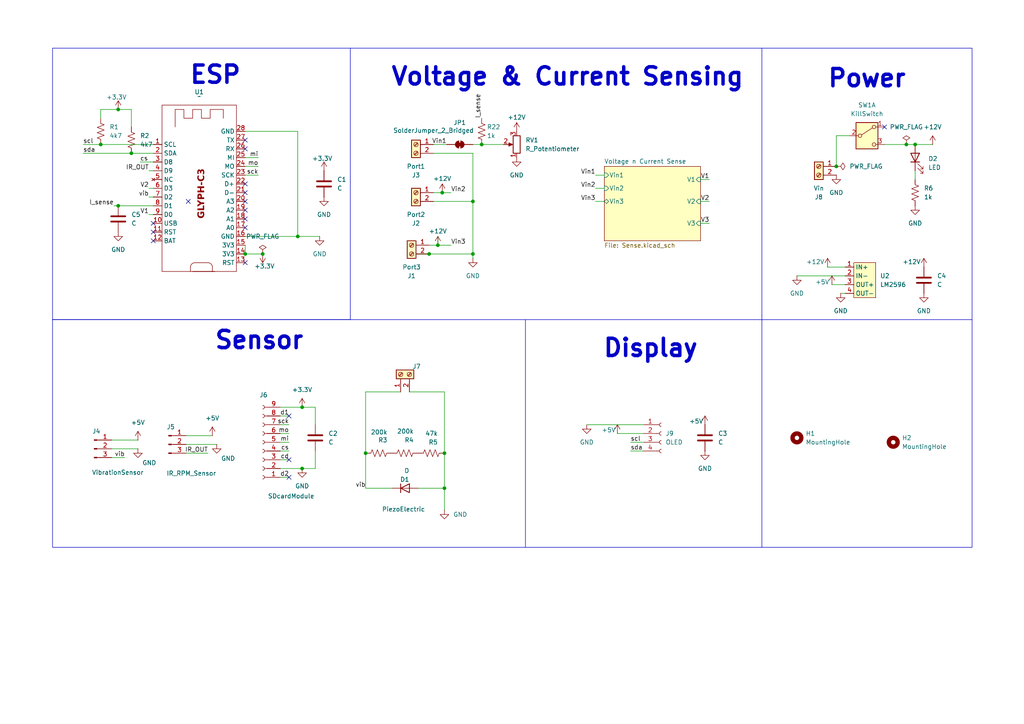
<source format=kicad_sch>
(kicad_sch (version 20250114) (generator "eeschema") (generator_version "9.0")
  (paper "A4")
  (title_block (title "Smart Fault Detector") (date "2025-12-19") (rev "v1") (company "Team Robomanipal") (comment 1 "By Adwait/Vikram/Prahadeesh"))
  (lib_symbols
    (symbol "Connector:Conn_01x03_Pin" (pin_names (offset 1.016) (hide yes))
      (property "Reference" "J" (at 0 5.08 0))
      (property "Value" "Conn_01x03_Pin" (at 0 -5.08 0))
      (symbol "Conn_01x03_Pin_1_1"
        (rectangle (start 0.8636 2.667) (end 0 2.413) (stroke (width 0.1524)) (fill (type outline)))
        (rectangle (start 0.8636 0.127) (end 0 -0.127) (stroke (width 0.1524)) (fill (type outline)))
        (rectangle (start 0.8636 -2.413) (end 0 -2.667) (stroke (width 0.1524)) (fill (type outline)))
        (polyline (pts (xy 1.27 2.54) (xy 0.8636 2.54)) (stroke (width 0.1524)))
        (polyline (pts (xy 1.27 0) (xy 0.8636 0)) (stroke (width 0.1524)))
        (polyline (pts (xy 1.27 -2.54) (xy 0.8636 -2.54)) (stroke (width 0.1524)))
        (pin passive line (at 5.08 2.54 180) (length 3.81) (name "Pin_1") (number "1"))
        (pin passive line (at 5.08 0 180) (length 3.81) (name "Pin_2") (number "2"))
        (pin passive line (at 5.08 -2.54 180) (length 3.81) (name "Pin_3") (number "3"))
      )
    )
    (symbol "Connector:Conn_01x04_Socket" (pin_names (offset 1.016) (hide yes))
      (property "Reference" "J" (at 0 5.08 0))
      (property "Value" "Conn_01x04_Socket" (at 0 -7.62 0))
      (symbol "Conn_01x04_Socket_1_1"
        (polyline (pts (xy -1.27 2.54) (xy -0.508 2.54)) (stroke (width 0.1524)))
        (polyline (pts (xy -1.27 0) (xy -0.508 0)) (stroke (width 0.1524)))
        (polyline (pts (xy -1.27 -2.54) (xy -0.508 -2.54)) (stroke (width 0.1524)))
        (polyline (pts (xy -1.27 -5.08) (xy -0.508 -5.08)) (stroke (width 0.1524)))
        (arc (start 0 2.032) (mid -0.5058 2.54) (end 0 3.048) (stroke (width 0.1524)))
        (arc (start 0 -0.508) (mid -0.5058 0) (end 0 0.508) (stroke (width 0.1524)))
        (arc (start 0 -3.048) (mid -0.5058 -2.54) (end 0 -2.032) (stroke (width 0.1524)))
        (arc (start 0 -5.588) (mid -0.5058 -5.08) (end 0 -4.572) (stroke (width 0.1524)))
        (pin passive line (at -5.08 2.54 0) (length 3.81) (name "Pin_1") (number "1"))
        (pin passive line (at -5.08 0 0) (length 3.81) (name "Pin_2") (number "2"))
        (pin passive line (at -5.08 -2.54 0) (length 3.81) (name "Pin_3") (number "3"))
        (pin passive line (at -5.08 -5.08 0) (length 3.81) (name "Pin_4") (number "4"))
      )
    )
    (symbol "Connector:Conn_01x09_Socket" (pin_names (offset 1.016) (hide yes))
      (property "Reference" "J" (at 0 12.7 0))
      (property "Value" "Conn_01x09_Socket" (at 0 -12.7 0))
      (symbol "Conn_01x09_Socket_1_1"
        (polyline (pts (xy -1.27 10.16) (xy -0.508 10.16)) (stroke (width 0.1524)))
        (polyline (pts (xy -1.27 7.62) (xy -0.508 7.62)) (stroke (width 0.1524)))
        (polyline (pts (xy -1.27 5.08) (xy -0.508 5.08)) (stroke (width 0.1524)))
        (polyline (pts (xy -1.27 2.54) (xy -0.508 2.54)) (stroke (width 0.1524)))
        (polyline (pts (xy -1.27 0) (xy -0.508 0)) (stroke (width 0.1524)))
        (polyline (pts (xy -1.27 -2.54) (xy -0.508 -2.54)) (stroke (width 0.1524)))
        (polyline (pts (xy -1.27 -5.08) (xy -0.508 -5.08)) (stroke (width 0.1524)))
        (polyline (pts (xy -1.27 -7.62) (xy -0.508 -7.62)) (stroke (width 0.1524)))
        (polyline (pts (xy -1.27 -10.16) (xy -0.508 -10.16)) (stroke (width 0.1524)))
        (arc (start 0 9.652) (mid -0.5058 10.16) (end 0 10.668) (stroke (width 0.1524)))
        (arc (start 0 7.112) (mid -0.5058 7.62) (end 0 8.128) (stroke (width 0.1524)))
        (arc (start 0 4.572) (mid -0.5058 5.08) (end 0 5.588) (stroke (width 0.1524)))
        (arc (start 0 2.032) (mid -0.5058 2.54) (end 0 3.048) (stroke (width 0.1524)))
        (arc (start 0 -0.508) (mid -0.5058 0) (end 0 0.508) (stroke (width 0.1524)))
        (arc (start 0 -3.048) (mid -0.5058 -2.54) (end 0 -2.032) (stroke (width 0.1524)))
        (arc (start 0 -5.588) (mid -0.5058 -5.08) (end 0 -4.572) (stroke (width 0.1524)))
        (arc (start 0 -8.128) (mid -0.5058 -7.62) (end 0 -7.112) (stroke (width 0.1524)))
        (arc (start 0 -10.668) (mid -0.5058 -10.16) (end 0 -9.652) (stroke (width 0.1524)))
        (pin passive line (at -5.08 10.16 0) (length 3.81) (name "Pin_1") (number "1"))
        (pin passive line (at -5.08 7.62 0) (length 3.81) (name "Pin_2") (number "2"))
        (pin passive line (at -5.08 5.08 0) (length 3.81) (name "Pin_3") (number "3"))
        (pin passive line (at -5.08 2.54 0) (length 3.81) (name "Pin_4") (number "4"))
        (pin passive line (at -5.08 0 0) (length 3.81) (name "Pin_5") (number "5"))
        (pin passive line (at -5.08 -2.54 0) (length 3.81) (name "Pin_6") (number "6"))
        (pin passive line (at -5.08 -5.08 0) (length 3.81) (name "Pin_7") (number "7"))
        (pin passive line (at -5.08 -7.62 0) (length 3.81) (name "Pin_8") (number "8"))
        (pin passive line (at -5.08 -10.16 0) (length 3.81) (name "Pin_9") (number "9"))
      )
    )
    (symbol "Connector:Screw_Terminal_01x02" (pin_names (offset 1.016) (hide yes))
      (property "Reference" "J" (at 0 2.54 0))
      (property "Value" "Screw_Terminal_01x02" (at 0 -5.08 0))
      (symbol "Screw_Terminal_01x02_1_1"
        (rectangle (start -1.27 1.27) (end 1.27 -3.81) (stroke (width 0.254)) (fill (type background)))
        (polyline (pts (xy -0.5334 0.3302) (xy 0.3302 -0.508)) (stroke (width 0.1524)))
        (polyline (pts (xy -0.5334 -2.2098) (xy 0.3302 -3.048)) (stroke (width 0.1524)))
        (polyline (pts (xy -0.3556 0.508) (xy 0.508 -0.3302)) (stroke (width 0.1524)))
        (polyline (pts (xy -0.3556 -2.032) (xy 0.508 -2.8702)) (stroke (width 0.1524)))
        (circle (center 0 0) (radius 0.635) (stroke (width 0.1524)))
        (circle (center 0 -2.54) (radius 0.635) (stroke (width 0.1524)))
        (pin passive line (at -5.08 0 0) (length 3.81) (name "Pin_1") (number "1"))
        (pin passive line (at -5.08 -2.54 0) (length 3.81) (name "Pin_2") (number "2"))
      )
    )
    (symbol "Device:C" (pin_numbers (hide yes)) (pin_names (offset 0.254))
      (property "Reference" "C" (at 0.635 2.54 0))
      (property "Value" "C" (at 0.635 -2.54 0))
      (symbol "C_0_1"
        (polyline (pts (xy -2.032 0.762) (xy 2.032 0.762)) (stroke (width 0.508)))
        (polyline (pts (xy -2.032 -0.762) (xy 2.032 -0.762)) (stroke (width 0.508)))
      )
      (symbol "C_1_1"
        (pin passive line (at 0 3.81 270) (length 2.794) (name "~") (number "1"))
        (pin passive line (at 0 -3.81 90) (length 2.794) (name "~") (number "2"))
      )
    )
    (symbol "Device:D" (pin_numbers (hide yes)) (pin_names (offset 1.016) (hide yes))
      (property "Reference" "D" (at 0 2.54 0))
      (property "Value" "D" (at 0 -2.54 0))
      (symbol "D_0_1"
        (polyline (pts (xy -1.27 1.27) (xy -1.27 -1.27)) (stroke (width 0.254)))
        (polyline (pts (xy 1.27 1.27) (xy 1.27 -1.27) (xy -1.27 0) (xy 1.27 1.27)) (stroke (width 0.254)))
        (polyline (pts (xy 1.27 0) (xy -1.27 0)))
      )
      (symbol "D_1_1"
        (pin passive line (at -3.81 0 0) (length 2.54) (name "K") (number "1"))
        (pin passive line (at 3.81 0 180) (length 2.54) (name "A") (number "2"))
      )
    )
    (symbol "Device:LED" (pin_numbers (hide yes)) (pin_names (offset 1.016) (hide yes))
      (property "Reference" "D" (at 0 2.54 0))
      (property "Value" "LED" (at 0 -2.54 0))
      (symbol "LED_0_1"
        (polyline (pts (xy -3.048 -0.762) (xy -4.572 -2.286) (xy -3.81 -2.286) (xy -4.572 -2.286) (xy -4.572 -1.524)))
        (polyline (pts (xy -1.778 -0.762) (xy -3.302 -2.286) (xy -2.54 -2.286) (xy -3.302 -2.286) (xy -3.302 -1.524)))
        (polyline (pts (xy -1.27 0) (xy 1.27 0)))
        (polyline (pts (xy -1.27 -1.27) (xy -1.27 1.27)) (stroke (width 0.254)))
        (polyline (pts (xy 1.27 -1.27) (xy 1.27 1.27) (xy -1.27 0) (xy 1.27 -1.27)) (stroke (width 0.254)))
      )
      (symbol "LED_1_1"
        (pin passive line (at -3.81 0 0) (length 2.54) (name "K") (number "1"))
        (pin passive line (at 3.81 0 180) (length 2.54) (name "A") (number "2"))
      )
    )
    (symbol "Device:R_Potentiometer" (pin_names (offset 1.016) (hide yes))
      (property "Reference" "RV" (at -4.445 0 90))
      (property "Value" "R_Potentiometer" (at -2.54 0 90))
      (symbol "R_Potentiometer_0_1"
        (rectangle (start 1.016 2.54) (end -1.016 -2.54) (stroke (width 0.254)))
        (polyline (pts (xy 1.143 0) (xy 2.286 0.508) (xy 2.286 -0.508) (xy 1.143 0)) (fill (type outline)))
        (polyline (pts (xy 2.54 0) (xy 1.524 0)))
      )
      (symbol "R_Potentiometer_1_1"
        (pin passive line (at 0 3.81 270) (length 1.27) (name "1") (number "1"))
        (pin passive line (at 0 -3.81 90) (length 1.27) (name "3") (number "3"))
        (pin passive line (at 3.81 0 180) (length 1.27) (name "2") (number "2"))
      )
    )
    (symbol "Device:R_US" (pin_numbers (hide yes)) (pin_names (offset 0))
      (property "Reference" "R" (at 2.54 0 90))
      (property "Value" "R_US" (at -2.54 0 90))
      (symbol "R_US_0_1"
        (polyline (pts (xy 0 2.286) (xy 0 2.54)))
        (polyline (pts (xy 0 2.286) (xy 1.016 1.905) (xy 0 1.524) (xy -1.016 1.143) (xy 0 0.762)))
        (polyline (pts (xy 0 0.762) (xy 1.016 0.381) (xy 0 0) (xy -1.016 -0.381) (xy 0 -0.762)))
        (polyline (pts (xy 0 -0.762) (xy 1.016 -1.143) (xy 0 -1.524) (xy -1.016 -1.905) (xy 0 -2.286)))
        (polyline (pts (xy 0 -2.286) (xy 0 -2.54)))
      )
      (symbol "R_US_1_1"
        (pin passive line (at 0 3.81 270) (length 1.27) (name "~") (number "1"))
        (pin passive line (at 0 -3.81 90) (length 1.27) (name "~") (number "2"))
      )
    )
    (symbol "GlyphC3:GLYPHC3"
      (property "Reference" "U2" (at -0.635 29.21 0))
      (property "Value" "~" (at -0.635 26.67 0))
      (symbol "GLYPHC3_0_1"
        (rectangle (start -11.43 25.4) (end 10.16 -22.86))
        (polyline (pts (xy -7.62 19.05) (xy -7.62 24.13) (xy -5.08 24.13) (xy -5.08 21.59) (xy -2.54 21.59) (xy -2.54 24.13) (xy 0 24.13) (xy 0 21.59) (xy 2.54 21.59) (xy 2.54 24.13) (xy 6.35 24.13) (xy 6.35 21.59)))
        (polyline (pts (xy -3.175 -21.59) (xy -3.175 -22.86)))
        (polyline (pts (xy -2.54 -22.86) (xy 3.81 -22.86)))
        (arc (start -3.175 -21.59) (mid -2.803 -20.692) (end -1.905 -20.32))
        (polyline (pts (xy 1.905 -20.32) (xy -1.905 -20.32)))
        (arc (start 1.9051 -20.3199) (mid 2.8031 -20.6919) (end 3.1751 -21.5899))
        (polyline (pts (xy 3.175 -21.59) (xy 3.175 -22.86)))
        (rectangle (start 3.81 -22.86) (end 3.81 -22.86))
      )
      (symbol "GLYPHC3_1_0"
        (pin power_in line (at -13.97 -8.89 0) (length 2.54) (name "USB") (number "10"))
        (pin passive line (at -13.97 -11.43 0) (length 2.54) (name "RST") (number "11"))
        (pin power_in line (at -13.97 -13.97 0) (length 2.54) (name "BAT") (number "12"))
        (pin power_in line (at 12.7 17.78 180) (length 2.54) (name "GND") (number "28"))
        (pin bidirectional line (at 12.7 15.24 180) (length 2.54) (name "TX") (number "27"))
        (pin bidirectional line (at 12.7 12.7 180) (length 2.54) (name "RX") (number "26"))
        (pin bidirectional line (at 12.7 10.16 180) (length 2.54) (name "MI") (number "25"))
        (pin bidirectional line (at 12.7 7.62 180) (length 2.54) (name "MO") (number "24"))
        (pin bidirectional line (at 12.7 5.08 180) (length 2.54) (name "SCK") (number "23"))
        (pin bidirectional line (at 12.7 2.54 180) (length 2.54) (name "D+") (number "22"))
        (pin bidirectional line (at 12.7 0 180) (length 2.54) (name "D-") (number "21"))
        (pin bidirectional line (at 12.7 -2.54 180) (length 2.54) (name "A3") (number "20"))
        (pin bidirectional line (at 12.7 -5.08 180) (length 2.54) (name "A2") (number "19"))
        (pin bidirectional line (at 12.7 -7.62 180) (length 2.54) (name "A1") (number "18"))
        (pin bidirectional line (at 12.7 -10.16 180) (length 2.54) (name "A0") (number "17"))
        (pin power_in line (at 12.7 -12.7 180) (length 2.54) (name "GND") (number "16"))
        (pin power_in line (at 12.7 -15.24 180) (length 2.54) (name "3V3") (number "15"))
        (pin power_in line (at 12.7 -17.78 180) (length 2.54) (name "3V3") (number "14"))
        (pin passive line (at 12.7 -20.32 180) (length 2.54) (name "RST") (number "13"))
      )
      (symbol "GLYPHC3_1_1"
        (text "GLYPH-C3" (at 0 -0.254 900) (effects (font (size 1.905 1.905) (bold yes))))
        (pin bidirectional line (at -13.97 13.97 0) (length 2.54) (name "SCL") (number "1"))
        (pin bidirectional line (at -13.97 11.43 0) (length 2.54) (name "SDA") (number "2"))
        (pin bidirectional line (at -13.97 8.89 0) (length 2.54) (name "D8") (number "3"))
        (pin bidirectional line (at -13.97 6.35 0) (length 2.54) (name "D9") (number "4"))
        (pin no_connect line (at -13.97 3.81 0) (length 2.54) (name "NC") (number "5"))
        (pin bidirectional line (at -13.97 1.27 0) (length 2.54) (name "D3") (number "6"))
        (pin bidirectional line (at -13.97 -1.27 0) (length 2.54) (name "D2") (number "7"))
        (pin bidirectional line (at -13.97 -3.81 0) (length 2.54) (name "D1") (number "8"))
        (pin bidirectional line (at -13.97 -6.35 0) (length 2.54) (name "D0") (number "9"))
      )
    )
    (symbol "Jumper:SolderJumper_2_Bridged" (pin_numbers (hide yes)) (pin_names (offset 0) (hide yes)) (in_bom no)
      (property "Reference" "JP" (at 0 2.032 0))
      (property "Value" "SolderJumper_2_Bridged" (at 0 -2.54 0))
      (symbol "SolderJumper_2_Bridged_0_1"
        (rectangle (start -0.508 0.508) (end 0.508 -0.508) (fill (type outline)))
        (polyline (pts (xy -0.254 1.016) (xy -0.254 -1.016)))
        (arc (start -0.254 -1.016) (mid -1.2656 0) (end -0.254 1.016))
        (arc (start -0.254 -1.016) (mid -1.2656 0) (end -0.254 1.016) (fill (type outline)))
        (arc (start 0.254 1.016) (mid 1.2656 0) (end 0.254 -1.016))
        (arc (start 0.254 1.016) (mid 1.2656 0) (end 0.254 -1.016) (fill (type outline)))
        (polyline (pts (xy 0.254 1.016) (xy 0.254 -1.016)))
      )
      (symbol "SolderJumper_2_Bridged_1_1"
        (pin passive line (at -3.81 0 0) (length 2.54) (name "A") (number "1"))
        (pin passive line (at 3.81 0 180) (length 2.54) (name "B") (number "2"))
      )
    )
    (symbol "Mechanical:MountingHole" (pin_names (offset 1.016)) (in_bom no)
      (property "Reference" "H" (at 0 5.08 0))
      (property "Value" "MountingHole" (at 0 3.175 0))
      (symbol "MountingHole_0_1"
        (circle (center 0 0) (radius 1.27) (stroke (width 1.27)))
      )
    )
    (symbol "RM_Footprints:LM2596_Buck"
      (property "Reference" "U" (at 0 9.398 0))
      (property "Value" "LM2596" (at 0 7.112 0))
      (symbol "LM2596_Buck_1_1"
        (rectangle (start -2.54 5.08) (end 3.81 -5.08) (fill (type background)))
        (pin power_in line (at -5.08 3.81 0) (length 2.54) (name "IN+") (number "1"))
        (pin power_in line (at -5.08 1.27 0) (length 2.54) (name "IN-") (number "2"))
        (pin power_out line (at -5.08 -1.27 0) (length 2.54) (name "OUT+") (number "3"))
        (pin power_out line (at -5.08 -3.81 0) (length 2.54) (name "OUT-") (number "4"))
      )
    )
    (symbol "Switch:SW_DPDT_x2" (pin_names (offset 0) (hide yes))
      (property "Reference" "SW" (at 0 5.08 0))
      (property "Value" "SW_DPDT_x2" (at 0 -5.08 0))
      (symbol "SW_DPDT_x2_0_0"
        (circle (center -2.032 0) (radius 0.508))
        (circle (center 2.032 -2.54) (radius 0.508))
      )
      (symbol "SW_DPDT_x2_0_1"
        (rectangle (start -3.175 3.81) (end 3.175 -3.81) (stroke (width 0.254)) (fill (type background)))
        (polyline (pts (xy -1.524 0.254) (xy 1.5748 2.286)))
        (circle (center 2.032 2.54) (radius 0.508))
      )
      (symbol "SW_DPDT_x2_1_1"
        (pin passive line (at -5.08 0 0) (length 2.54) (name "B") (number "2"))
        (pin passive line (at 5.08 2.54 180) (length 2.54) (name "A") (number "1"))
        (pin passive line (at 5.08 -2.54 180) (length 2.54) (name "C") (number "3"))
      )
      (symbol "SW_DPDT_x2_2_1"
        (pin passive line (at -5.08 0 0) (length 2.54) (name "B") (number "5"))
        (pin passive line (at 5.08 2.54 180) (length 2.54) (name "A") (number "4"))
        (pin passive line (at 5.08 -2.54 180) (length 2.54) (name "C") (number "6"))
      )
    )
    (symbol "power:+12V" (power) (pin_numbers (hide yes)) (pin_names (offset 0) (hide yes))
      (property "Value" "+12V" (at 0 3.556 0))
      (symbol "+12V_0_1"
        (polyline (pts (xy -0.762 1.27) (xy 0 2.54)))
        (polyline (pts (xy 0 2.54) (xy 0.762 1.27)))
        (polyline (pts (xy 0 0) (xy 0 2.54)))
      )
      (symbol "+12V_1_1"
        (pin power_in line (at 0 0 90) (length 0) (name "~") (number "1"))
      )
    )
    (symbol "power:+3.3V" (power) (pin_numbers (hide yes)) (pin_names (offset 0) (hide yes))
      (property "Value" "+3.3V" (at 0 3.556 0))
      (symbol "+3.3V_0_1"
        (polyline (pts (xy -0.762 1.27) (xy 0 2.54)))
        (polyline (pts (xy 0 2.54) (xy 0.762 1.27)))
        (polyline (pts (xy 0 0) (xy 0 2.54)))
      )
      (symbol "+3.3V_1_1"
        (pin power_in line (at 0 0 90) (length 0) (name "~") (number "1"))
      )
    )
    (symbol "power:+5V" (power) (pin_numbers (hide yes)) (pin_names (offset 0) (hide yes))
      (property "Value" "+5V" (at 0 3.556 0))
      (symbol "+5V_0_1"
        (polyline (pts (xy -0.762 1.27) (xy 0 2.54)))
        (polyline (pts (xy 0 2.54) (xy 0.762 1.27)))
        (polyline (pts (xy 0 0) (xy 0 2.54)))
      )
      (symbol "+5V_1_1"
        (pin power_in line (at 0 0 90) (length 0) (name "~") (number "1"))
      )
    )
    (symbol "power:GND" (power) (pin_numbers (hide yes)) (pin_names (offset 0) (hide yes))
      (property "Value" "GND" (at 0 -3.81 0))
      (symbol "GND_0_1"
        (polyline (pts (xy 0 0) (xy 0 -1.27) (xy 1.27 -1.27) (xy 0 -2.54) (xy -1.27 -1.27) (xy 0 -1.27)))
      )
      (symbol "GND_1_1"
        (pin power_in line (at 0 0 270) (length 0) (name "~") (number "1"))
      )
    )
    (symbol "power:PWR_FLAG" (power) (pin_numbers (hide yes)) (pin_names (offset 0) (hide yes))
      (property "Value" "PWR_FLAG" (at 0 3.81 0))
      (symbol "PWR_FLAG_0_0"
        (pin power_out line (at 0 0 90) (length 0) (name "~") (number "1"))
      )
      (symbol "PWR_FLAG_0_1"
        (polyline (pts (xy 0 0) (xy 0 1.27) (xy -1.016 1.905) (xy 0 2.54) (xy 1.016 1.905) (xy 0 1.27)))
      )
    )
  )
  (rectangle (start 15.24 13.97) (end 281.94 158.75))
  (text "ESP" (at 62.484 21.844 0) (effects (font (size 5 5) (thickness 1) (bold yes))))
  (text "Sensor\n" (at 75.184 98.806 0) (effects (font (size 5 5) (thickness 1) (bold yes))))
  (text "Voltage & Current Sensing\n" (at 164.592 22.352 0) (effects (font (size 5 5) (thickness 1) (bold yes))))
  (text "Power\n" (at 251.46 22.86 0) (effects (font (size 5 5) (thickness 1) (bold yes))))
  (text "Display" (at 188.722 101.092 0) (effects (font (size 5 5) (thickness 1) (bold yes))))
  (junction (at 87.63 118.11))
  (junction (at 242.57 48.26))
  (junction (at 137.16 58.42))
  (junction (at 38.1 44.45))
  (junction (at 124.46 73.66))
  (junction (at 265.43 41.91))
  (junction (at 137.16 73.66))
  (junction (at 86.36 68.58))
  (junction (at 87.63 135.89))
  (junction (at 127 71.12))
  (junction (at 139.7 41.91))
  (junction (at 128.27 55.88))
  (junction (at 34.29 31.75))
  (junction (at 34.29 59.69))
  (junction (at 128.905 131.445))
  (junction (at 106.045 131.445))
  (junction (at 262.89 41.91))
  (junction (at 128.905 141.605))
  (junction (at 29.21 41.91))
  (junction (at 71.12 73.66))
  (junction (at 76.2 73.66))
  (no_connect (at 71.12 40.64))
  (no_connect (at 83.82 120.65))
  (no_connect (at 83.82 133.35))
  (no_connect (at 71.12 60.96))
  (no_connect (at 71.12 63.5))
  (no_connect (at 71.12 76.2))
  (no_connect (at 256.54 36.83))
  (no_connect (at 44.45 64.77))
  (no_connect (at 71.12 58.42))
  (no_connect (at 71.12 66.04))
  (no_connect (at 54.61 58.42))
  (no_connect (at 71.12 55.88))
  (no_connect (at 44.45 69.85))
  (no_connect (at 71.12 53.34))
  (no_connect (at 44.45 67.31))
  (no_connect (at 71.12 43.18))
  (no_connect (at 83.82 138.43))
  (wire (pts (xy 83.82 133.35) (xy 81.28 133.35)))
  (wire (pts (xy 87.63 135.89) (xy 81.28 135.89)))
  (polyline (pts (xy 220.98 92.71) (xy 220.98 158.75)))
  (wire (pts (xy 32.385 127.635) (xy 40.005 127.635)))
  (wire (pts (xy 40.64 46.99) (xy 44.45 46.99)))
  (wire (pts (xy 91.44 118.11) (xy 87.63 118.11)))
  (wire (pts (xy 91.44 135.89) (xy 87.63 135.89)))
  (wire (pts (xy 125.73 44.45) (xy 137.16 44.45)))
  (wire (pts (xy 38.1 44.45) (xy 44.45 44.45)))
  (wire (pts (xy 29.21 34.29) (xy 29.21 31.75)))
  (wire (pts (xy 43.18 49.53) (xy 44.45 49.53)))
  (wire (pts (xy 203.2 64.77) (xy 205.74 64.77)))
  (wire (pts (xy 120.65 73.66) (xy 124.46 73.66)))
  (wire (pts (xy 128.905 147.955) (xy 128.905 141.605)))
  (wire (pts (xy 83.82 120.65) (xy 81.28 120.65)))
  (wire (pts (xy 128.27 55.88) (xy 125.73 55.88)))
  (wire (pts (xy 179.07 125.73) (xy 186.69 125.73)))
  (wire (pts (xy 92.71 68.58) (xy 86.36 68.58)))
  (wire (pts (xy 86.36 38.1) (xy 86.36 68.58)))
  (wire (pts (xy 91.44 130.81) (xy 91.44 135.89)))
  (wire (pts (xy 256.54 41.91) (xy 262.89 41.91)))
  (polyline (pts (xy 15.24 92.71) (xy 101.6 92.71)))
  (wire (pts (xy 106.045 141.605) (xy 106.045 131.445)))
  (wire (pts (xy 24.13 44.45) (xy 38.1 44.45)))
  (wire (pts (xy 270.51 41.91) (xy 265.43 41.91)))
  (wire (pts (xy 240.03 77.47) (xy 245.11 77.47)))
  (wire (pts (xy 231.14 80.01) (xy 245.11 80.01)))
  (wire (pts (xy 137.16 44.45) (xy 137.16 58.42)))
  (polyline (pts (xy 220.98 91.44) (xy 220.98 92.71)))
  (wire (pts (xy 29.21 41.91) (xy 44.45 41.91)))
  (wire (pts (xy 128.905 113.665) (xy 128.905 131.445)))
  (wire (pts (xy 125.73 58.42) (xy 137.16 58.42)))
  (wire (pts (xy 83.82 125.73) (xy 81.28 125.73)))
  (wire (pts (xy 241.3 82.55) (xy 245.11 82.55)))
  (wire (pts (xy 60.325 131.445) (xy 53.975 131.445)))
  (wire (pts (xy 29.21 31.75) (xy 34.29 31.75)))
  (wire (pts (xy 265.43 52.07) (xy 265.43 49.53)))
  (polyline (pts (xy 152.4 92.71) (xy 152.4 158.75)))
  (wire (pts (xy 127 71.12) (xy 130.81 71.12)))
  (wire (pts (xy 71.12 73.66) (xy 76.2 73.66)))
  (wire (pts (xy 203.2 58.42) (xy 205.74 58.42)))
  (wire (pts (xy 43.18 62.23) (xy 44.45 62.23)))
  (wire (pts (xy 124.46 73.66) (xy 137.16 73.66)))
  (wire (pts (xy 32.385 130.175) (xy 40.005 130.175)))
  (wire (pts (xy 243.84 85.09) (xy 245.11 85.09)))
  (wire (pts (xy 182.88 128.27) (xy 186.69 128.27)))
  (wire (pts (xy 130.81 55.88) (xy 128.27 55.88)))
  (wire (pts (xy 83.82 138.43) (xy 81.28 138.43)))
  (wire (pts (xy 113.665 141.605) (xy 106.045 141.605)))
  (wire (pts (xy 83.82 123.19) (xy 81.28 123.19)))
  (wire (pts (xy 81.28 118.11) (xy 87.63 118.11)))
  (wire (pts (xy 91.44 123.19) (xy 91.44 118.11)))
  (wire (pts (xy 43.18 54.61) (xy 44.45 54.61)))
  (polyline (pts (xy 15.24 92.71) (xy 281.94 92.71)))
  (wire (pts (xy 34.29 59.69) (xy 44.45 59.69)))
  (wire (pts (xy 182.88 130.81) (xy 186.69 130.81)))
  (wire (pts (xy 36.195 132.715) (xy 32.385 132.715)))
  (wire (pts (xy 74.93 48.26) (xy 71.12 48.26)))
  (wire (pts (xy 24.13 41.91) (xy 29.21 41.91)))
  (wire (pts (xy 137.16 41.91) (xy 139.7 41.91)))
  (wire (pts (xy 33.02 59.69) (xy 34.29 59.69)))
  (wire (pts (xy 137.16 58.42) (xy 137.16 73.66)))
  (wire (pts (xy 242.57 39.37) (xy 246.38 39.37)))
  (wire (pts (xy 242.57 39.37) (xy 242.57 48.26)))
  (wire (pts (xy 38.1 31.75) (xy 34.29 31.75)))
  (wire (pts (xy 53.975 126.365) (xy 61.595 126.365)))
  (wire (pts (xy 139.7 41.91) (xy 146.05 41.91)))
  (wire (pts (xy 172.72 50.8) (xy 175.26 50.8)))
  (wire (pts (xy 53.975 128.905) (xy 62.865 128.905)))
  (polyline (pts (xy 220.98 13.97) (xy 220.98 91.44)))
  (wire (pts (xy 106.045 113.665) (xy 106.045 131.445)))
  (wire (pts (xy 71.12 38.1) (xy 86.36 38.1)))
  (wire (pts (xy 127 68.58) (xy 127 71.12)))
  (wire (pts (xy 74.93 50.8) (xy 71.12 50.8)))
  (wire (pts (xy 170.18 123.19) (xy 186.69 123.19)))
  (wire (pts (xy 128.905 141.605) (xy 128.905 131.445)))
  (wire (pts (xy 203.2 52.07) (xy 205.74 52.07)))
  (wire (pts (xy 125.73 41.91) (xy 129.54 41.91)))
  (wire (pts (xy 124.46 71.12) (xy 127 71.12)))
  (wire (pts (xy 71.12 71.12) (xy 71.12 73.66)))
  (wire (pts (xy 43.18 57.15) (xy 44.45 57.15)))
  (polyline (pts (xy 101.6 13.97) (xy 101.6 92.71)))
  (wire (pts (xy 86.36 68.58) (xy 71.12 68.58)))
  (wire (pts (xy 172.72 58.42) (xy 175.26 58.42)))
  (wire (pts (xy 116.205 113.665) (xy 106.045 113.665)))
  (wire (pts (xy 128.905 141.605) (xy 121.285 141.605)))
  (wire (pts (xy 74.93 45.72) (xy 71.12 45.72)))
  (wire (pts (xy 172.72 54.61) (xy 175.26 54.61)))
  (wire (pts (xy 137.16 73.66) (xy 137.16 74.93)))
  (wire (pts (xy 38.1 36.83) (xy 38.1 31.75)))
  (wire (pts (xy 83.82 130.81) (xy 81.28 130.81)))
  (wire (pts (xy 265.43 41.91) (xy 262.89 41.91)))
  (wire (pts (xy 83.82 128.27) (xy 81.28 128.27)))
  (wire (pts (xy 118.745 113.665) (xy 128.905 113.665)))
  (label "sda" (at 24.13 44.45 0))
  (label "IR_OUT" (at 60.325 131.445 180))
  (label "mo" (at 83.82 125.73 180))
  (label "Vin2" (at 130.81 55.88 0))
  (label "d2" (at 83.82 138.43 180))
  (label "V1" (at 205.74 52.07 180))
  (label "cd" (at 83.82 133.35 180))
  (label "I_sense" (at 139.7 34.29 90))
  (label "I_sense" (at 33.02 59.69 180))
  (label "mi" (at 83.82 128.27 180))
  (label "sck" (at 74.93 50.8 180))
  (label "Vin1" (at 172.72 50.8 180))
  (label "Vin3" (at 172.72 58.42 180))
  (label "V3" (at 205.74 64.77 180))
  (label "mi" (at 74.93 45.72 180))
  (label "IR_OUT" (at 43.18 49.53 180))
  (label "d1" (at 83.82 120.65 180))
  (label "V1" (at 43.18 62.23 180))
  (label "Vin1" (at 129.54 41.91 180))
  (label "Vin3" (at 130.81 71.12 0))
  (label "cs" (at 83.82 130.81 180))
  (label "sda" (at 182.88 130.81 0))
  (label "V2" (at 43.18 54.61 180))
  (label "cs" (at 40.64 46.99 0))
  (label "vib" (at 36.195 132.715 180))
  (label "mo" (at 74.93 48.26 180))
  (label "scl" (at 24.13 41.91 0))
  (label "scl" (at 182.88 128.27 0))
  (label "V2" (at 205.74 58.42 180))
  (label "sck" (at 83.82 123.19 180))
  (label "vib" (at 43.18 57.15 180))
  (label "vib" (at 106.045 141.605 180))
  (label "Vin2" (at 172.72 54.61 180))
  (symbol (lib_id "Connector:Screw_Terminal_01x02") (at 119.38 71.12 0) (mirror y) (unit 1)
    (property "Reference" "J1" (at 119.38 80.01 0))
    (property "Value" "Port3" (at 119.38 77.47 0))
    (property "Footprint" "TerminalBlock_Phoenix:TerminalBlock_Phoenix_MKDS-1,5-2-5.08_1x02_P5.08mm_Horizontal" (effects (hide yes)))
    (property "Description" "Generic screw terminal, single row, 01x02, script generated (kicad-library-utils/schlib/autogen/connector/)" (effects (hide yes)))
  )
  (symbol (lib_id "Device:C") (at 34.29 63.5 0) (unit 1)
    (property "Reference" "C5" (at 38.1 62.2299 0) (effects (justify left)))
    (property "Value" "C" (at 38.1 64.7699 0) (effects (justify left)))
    (property "Footprint" "Capacitor_SMD:C_1206_3216Metric" (effects (hide yes)))
    (property "Description" "Unpolarized capacitor" (effects (hide yes)))
  )
  (symbol (lib_id "Mechanical:MountingHole") (at 259.08 128.27 0) (unit 1) (in_bom no)
    (property "Reference" "H2" (at 261.62 126.9999 0) (effects (justify left)))
    (property "Value" "MountingHole" (at 261.62 129.5399 0) (effects (justify left)))
    (property "Footprint" "MountingHole:MountingHole_3.2mm_M3" (effects (hide yes)))
    (property "Description" "Mounting Hole without connection" (effects (hide yes)))
  )
  (symbol (lib_id "Switch:SW_DPDT_x2") (at 251.46 39.37 0) (unit 1)
    (property "Reference" "SW1" (at 251.46 30.48 0))
    (property "Value" "KillSwitch" (at 251.46 33.02 0))
    (property "Footprint" "TL2230EEF140:SW_TL2230EEF140" (effects (hide yes)))
    (property "Description" "Switch, dual pole double throw, separate symbols" (effects (hide yes)))
  )
  (symbol (lib_id "Connector:Screw_Terminal_01x02") (at 120.65 41.91 0) (mirror y) (unit 1)
    (property "Reference" "J3" (at 120.65 50.8 0))
    (property "Value" "Port1" (at 120.65 48.26 0))
    (property "Footprint" "TerminalBlock_Phoenix:TerminalBlock_Phoenix_MKDS-1,5-2-5.08_1x02_P5.08mm_Horizontal" (effects (hide yes)))
    (property "Description" "Generic screw terminal, single row, 01x02, script generated (kicad-library-utils/schlib/autogen/connector/)" (effects (hide yes)))
  )
  (symbol (lib_id "power:+3.3V") (at 34.29 31.75 0) (unit 1)
    (property "Reference" "#PWR06" (effects (hide yes)))
    (property "Value" "+3.3V" (at 33.782 28.194 0))
    (property "Description" "Power symbol creates a global label with name \"+3.3V\"" (effects (hide yes)))
  )
  (symbol (lib_id "power:+3.3V") (at 76.2 73.66 180) (unit 1)
    (property "Reference" "#PWR07" (effects (hide yes)))
    (property "Value" "+3.3V" (at 76.708 77.216 0))
    (property "Description" "Power symbol creates a global label with name \"+3.3V\"" (effects (hide yes)))
  )
  (symbol (lib_id "power:GND") (at 93.98 57.15 0) (unit 1)
    (property "Reference" "#PWR010" (effects (hide yes)))
    (property "Value" "GND" (at 93.98 62.23 0))
    (property "Description" "Power symbol creates a global label with name \"GND\" , ground" (effects (hide yes)))
  )
  (symbol (lib_id "power:GND") (at 149.86 45.72 0) (unit 1)
    (property "Reference" "#PWR05" (effects (hide yes)))
    (property "Value" "GND" (at 149.86 50.8 0))
    (property "Description" "Power symbol creates a global label with name \"GND\" , ground" (effects (hide yes)))
  )
  (symbol (lib_id "Device:R_US") (at 109.855 131.445 90) (unit 1)
    (property "Reference" "R3" (at 112.395 127.6351 90) (effects (justify left)))
    (property "Value" "200k" (at 112.395 125.349 90) (effects (justify left)))
    (property "Footprint" "Resistor_SMD:R_0805_2012Metric_Pad1.20x1.40mm_HandSolder" (effects (hide yes)))
    (property "Description" "Resistor, US symbol" (effects (hide yes)))
  )
  (symbol (lib_id "power:GND") (at 87.63 135.89 0) (unit 1)
    (property "Reference" "#PWR013" (effects (hide yes)))
    (property "Value" "GND" (at 87.63 140.97 0))
    (property "Description" "Power symbol creates a global label with name \"GND\" , ground" (effects (hide yes)))
  )
  (symbol (lib_id "Device:R_US") (at 29.21 38.1 0) (unit 1)
    (property "Reference" "R1" (at 31.75 36.8299 0) (effects (justify left)))
    (property "Value" "4k7" (at 31.75 39.3699 0) (effects (justify left)))
    (property "Footprint" "Resistor_SMD:R_0805_2012Metric_Pad1.20x1.40mm_HandSolder" (effects (hide yes)))
    (property "Description" "Resistor, US symbol" (effects (hide yes)))
  )
  (symbol (lib_id "RM_Footprints:LM2596_Buck") (at 250.19 81.28 0) (unit 1)
    (property "Reference" "U2" (at 255.27 80.0099 0) (effects (justify left)))
    (property "Value" "LM2596" (at 255.27 82.5499 0) (effects (justify left)))
    (property "Footprint" "PCBCUPID-GLYPHC3-Footprint:LM2596_Buck" (effects (hide yes)))
  )
  (symbol (lib_id "Device:C") (at 267.97 81.28 0) (unit 1)
    (property "Reference" "C4" (at 271.78 80.0099 0) (effects (justify left)))
    (property "Value" "C" (at 271.78 82.5499 0) (effects (justify left)))
    (property "Footprint" "Capacitor_SMD:C_1206_3216Metric" (effects (hide yes)))
    (property "Description" "Unpolarized capacitor" (effects (hide yes)))
  )
  (symbol (lib_id "Device:D") (at 117.475 141.605 0) (unit 1)
    (property "Reference" "D1" (at 118.745 139.0651 0) (effects (justify right)))
    (property "Value" "D" (at 118.745 136.5251 0) (effects (justify right)))
    (property "Footprint" "Diode_SMD:D_SMA_Handsoldering" (effects (hide yes)))
    (property "Description" "Diode" (effects (hide yes)))
    (property "Sim.Device" "D" (effects (hide yes)))
    (property "Sim.Pins" "1=K 2=A" (effects (hide yes)))
  )
  (symbol (lib_id "Connector:Screw_Terminal_01x02") (at 237.49 48.26 0) (mirror y) (unit 1)
    (property "Reference" "J8" (at 237.49 57.15 0))
    (property "Value" "Vin" (at 237.49 54.61 0))
    (property "Footprint" "TerminalBlock_Phoenix:TerminalBlock_Phoenix_MKDS-1,5-2-5.08_1x02_P5.08mm_Horizontal" (effects (hide yes)))
    (property "Description" "Generic screw terminal, single row, 01x02, script generated (kicad-library-utils/schlib/autogen/connector/)" (effects (hide yes)))
  )
  (symbol (lib_id "Device:R_Potentiometer") (at 149.86 41.91 180) (unit 1)
    (property "Reference" "RV1" (at 152.4 40.6399 0) (effects (justify right)))
    (property "Value" "R_Potentiometer" (at 152.4 43.1799 0) (effects (justify right)))
    (property "Footprint" "Potentiometer_THT:Potentiometer_Alps_RK163_Single_Horizontal" (effects (hide yes)))
    (property "Description" "Potentiometer" (effects (hide yes)))
  )
  (symbol (lib_id "power:GND") (at 128.905 147.955 0) (unit 1)
    (property "Reference" "#PWR011" (effects (hide yes)))
    (property "Value" "GND" (at 131.445 149.2249 0) (effects (justify left)))
    (property "Description" "Power symbol creates a global label with name \"GND\" , ground" (effects (hide yes)))
  )
  (symbol (lib_id "power:+5V") (at 179.07 125.73 0) (unit 1)
    (property "Reference" "#PWR022" (effects (hide yes)))
    (property "Value" "+5V" (at 176.53 124.714 0))
    (property "Description" "Power symbol creates a global label with name \"+5V\"" (effects (hide yes)))
  )
  (symbol (lib_id "power:GND") (at 267.97 85.09 0) (unit 1)
    (property "Reference" "#PWR028" (effects (hide yes)))
    (property "Value" "GND" (at 267.97 90.17 0))
    (property "Description" "Power symbol creates a global label with name \"GND\" , ground" (effects (hide yes)))
  )
  (symbol (lib_id "Connector:Screw_Terminal_01x02") (at 120.65 55.88 0) (mirror y) (unit 1)
    (property "Reference" "J2" (at 120.65 64.77 0))
    (property "Value" "Port2" (at 120.65 62.23 0))
    (property "Footprint" "TerminalBlock_Phoenix:TerminalBlock_Phoenix_MKDS-1,5-2-5.08_1x02_P5.08mm_Horizontal" (effects (hide yes)))
    (property "Description" "Generic screw terminal, single row, 01x02, script generated (kicad-library-utils/schlib/autogen/connector/)" (effects (hide yes)))
  )
  (symbol (lib_id "Connector:Conn_01x03_Pin") (at 27.305 130.175 0) (unit 1)
    (property "Reference" "J4" (at 27.94 125.095 0))
    (property "Value" "VibrationSensor" (at 34.163 137.033 0))
    (property "Footprint" "Connector_PinSocket_2.54mm:PinSocket_1x03_P2.54mm_Vertical" (effects (hide yes)))
    (property "Description" "Generic connector, single row, 01x03, script generated" (effects (hide yes)))
  )
  (symbol (lib_id "Jumper:SolderJumper_2_Bridged") (at 133.35 41.91 0) (unit 1) (in_bom no)
    (property "Reference" "JP1" (at 133.35 35.56 0))
    (property "Value" "SolderJumper_2_Bridged" (at 125.73 37.846 0))
    (property "Footprint" "Jumper:SolderJumper-2_P1.3mm_Bridged_RoundedPad1.0x1.5mm" (effects (hide yes)))
    (property "Description" "Solder Jumper, 2-pole, closed/bridged" (effects (hide yes)))
  )
  (symbol (lib_id "Connector:Conn_01x09_Socket") (at 76.2 128.27 180) (unit 1)
    (property "Reference" "J6" (at 76.454 114.554 0))
    (property "Value" "SDcardModule" (at 84.455 143.891 0))
    (property "Footprint" "Connector_PinSocket_2.54mm:PinSocket_1x09_P2.54mm_Vertical" (effects (hide yes)))
    (property "Description" "Generic connector, single row, 01x09, script generated" (effects (hide yes)))
  )
  (symbol (lib_id "power:+12V") (at 128.27 55.88 0) (unit 1)
    (property "Reference" "#PWR01" (effects (hide yes)))
    (property "Value" "+12V" (at 128.27 51.816 0))
    (property "Description" "Power symbol creates a global label with name \"+12V\"" (effects (hide yes)))
  )
  (symbol (lib_id "Device:LED") (at 265.43 45.72 90) (unit 1)
    (property "Reference" "D2" (at 269.24 46.0374 90) (effects (justify right)))
    (property "Value" "LED" (at 269.24 48.5774 90) (effects (justify right)))
    (property "Footprint" "LED_SMD:LED_0603_1608Metric_Pad1.05x0.95mm_HandSolder" (effects (hide yes)))
    (property "Description" "Light emitting diode" (effects (hide yes)))
    (property "Sim.Pins" "1=K 2=A" (effects (hide yes)))
  )
  (symbol (lib_id "power:GND") (at 92.71 68.58 0) (unit 1)
    (property "Reference" "#PWR08" (effects (hide yes)))
    (property "Value" "GND" (at 92.71 73.66 0))
    (property "Description" "Power symbol creates a global label with name \"GND\" , ground" (effects (hide yes)))
  )
  (symbol (lib_id "Device:R_US") (at 125.095 131.445 90) (unit 1)
    (property "Reference" "R5" (at 127 128.2701 90) (effects (justify left)))
    (property "Value" "47k" (at 127 125.7301 90) (effects (justify left)))
    (property "Footprint" "Resistor_SMD:R_0805_2012Metric_Pad1.20x1.40mm_HandSolder" (effects (hide yes)))
    (property "Description" "Resistor, US symbol" (effects (hide yes)))
  )
  (symbol (lib_id "Connector:Screw_Terminal_01x02") (at 116.205 108.585 90) (unit 1)
    (property "Reference" "J7" (at 122.047 106.299 90) (effects (justify left)))
    (property "Value" "PiezoElectric" (at 123.317 147.701 90) (effects (justify left)))
    (property "Footprint" "TerminalBlock_Phoenix:TerminalBlock_Phoenix_MKDS-1,5-2-5.08_1x02_P5.08mm_Horizontal" (effects (hide yes)))
    (property "Description" "Generic screw terminal, single row, 01x02, script generated (kicad-library-utils/schlib/autogen/connector/)" (effects (hide yes)))
  )
  (symbol (lib_id "power:+12V") (at 267.97 77.47 0) (unit 1)
    (property "Reference" "#PWR027" (effects (hide yes)))
    (property "Value" "+12V" (at 264.414 75.946 0))
    (property "Description" "Power symbol creates a global label with name \"+12V\"" (effects (hide yes)))
  )
  (symbol (lib_id "power:GND") (at 137.16 74.93 0) (unit 1)
    (property "Reference" "#PWR03" (effects (hide yes)))
    (property "Value" "GND" (at 137.16 80.01 0))
    (property "Description" "Power symbol creates a global label with name \"GND\" , ground" (effects (hide yes)))
  )
  (symbol (lib_id "power:+12V") (at 270.51 41.91 0) (unit 1)
    (property "Reference" "#PWR030" (effects (hide yes)))
    (property "Value" "+12V" (at 270.51 36.83 0))
    (property "Description" "Power symbol creates a global label with name \"+12V\"" (effects (hide yes)))
  )
  (symbol (lib_id "Device:R_US") (at 38.1 40.64 0) (unit 1)
    (property "Reference" "R2" (at 40.64 39.3699 0) (effects (justify left)))
    (property "Value" "4k7" (at 40.64 41.9099 0) (effects (justify left)))
    (property "Footprint" "Resistor_SMD:R_0805_2012Metric_Pad1.20x1.40mm_HandSolder" (effects (hide yes)))
    (property "Description" "Resistor, US symbol" (effects (hide yes)))
  )
  (symbol (lib_id "power:GND") (at 40.005 130.175 0) (unit 1)
    (property "Reference" "#PWR015" (effects (hide yes)))
    (property "Value" "GND" (at 43.307 134.239 0))
    (property "Description" "Power symbol creates a global label with name \"GND\" , ground" (effects (hide yes)))
  )
  (symbol (lib_id "power:GND") (at 265.43 59.69 0) (unit 1)
    (property "Reference" "#PWR029" (effects (hide yes)))
    (property "Value" "GND" (at 265.43 64.77 0))
    (property "Description" "Power symbol creates a global label with name \"GND\" , ground" (effects (hide yes)))
  )
  (symbol (lib_id "power:PWR_FLAG") (at 76.2 73.66 0) (unit 1)
    (property "Reference" "#FLG01" (effects (hide yes)))
    (property "Value" "PWR_FLAG" (at 76.2 68.58 0))
    (property "Description" "Special symbol for telling ERC where power comes from" (effects (hide yes)))
  )
  (symbol (lib_id "power:+5V") (at 61.595 126.365 0) (unit 1)
    (property "Reference" "#PWR016" (effects (hide yes)))
    (property "Value" "+5V" (at 61.595 121.285 0))
    (property "Description" "Power symbol creates a global label with name \"+5V\"" (effects (hide yes)))
  )
  (symbol (lib_id "power:+3.3V") (at 87.63 118.11 0) (unit 1)
    (property "Reference" "#PWR012" (effects (hide yes)))
    (property "Value" "+3.3V" (at 87.63 113.03 0))
    (property "Description" "Power symbol creates a global label with name \"+3.3V\"" (effects (hide yes)))
  )
  (symbol (lib_id "power:PWR_FLAG") (at 262.89 41.91 0) (unit 1)
    (property "Reference" "#FLG03" (effects (hide yes)))
    (property "Value" "PWR_FLAG" (at 262.89 36.83 0))
    (property "Description" "Special symbol for telling ERC where power comes from" (effects (hide yes)))
  )
  (symbol (lib_id "power:GND") (at 170.18 123.19 0) (unit 1)
    (property "Reference" "#PWR019" (effects (hide yes)))
    (property "Value" "GND" (at 170.18 128.27 0))
    (property "Description" "Power symbol creates a global label with name \"GND\" , ground" (effects (hide yes)))
  )
  (symbol (lib_id "power:GND") (at 62.865 128.905 0) (unit 1)
    (property "Reference" "#PWR017" (effects (hide yes)))
    (property "Value" "GND" (at 66.167 132.969 0))
    (property "Description" "Power symbol creates a global label with name \"GND\" , ground" (effects (hide yes)))
  )
  (symbol (lib_id "power:GND") (at 34.29 67.31 0) (unit 1)
    (property "Reference" "#PWR037" (effects (hide yes)))
    (property "Value" "GND" (at 34.29 72.39 0))
    (property "Description" "Power symbol creates a global label with name \"GND\" , ground" (effects (hide yes)))
  )
  (symbol (lib_id "power:+12V") (at 127 71.12 0) (unit 1)
    (property "Reference" "#PWR02" (effects (hide yes)))
    (property "Value" "+12V" (at 127 67.056 0))
    (property "Description" "Power symbol creates a global label with name \"+12V\"" (effects (hide yes)))
  )
  (symbol (lib_id "Connector:Conn_01x04_Socket") (at 191.77 125.73 0) (unit 1)
    (property "Reference" "J9" (at 193.04 125.7299 0) (effects (justify left)))
    (property "Value" "OLED" (at 193.04 128.2699 0) (effects (justify left)))
    (property "Footprint" "Connector_PinSocket_2.54mm:PinSocket_1x04_P2.54mm_Vertical" (effects (hide yes)))
    (property "Description" "Generic connector, single row, 01x04, script generated" (effects (hide yes)))
  )
  (symbol (lib_id "power:+5V") (at 204.47 123.19 0) (unit 1)
    (property "Reference" "#PWR025" (effects (hide yes)))
    (property "Value" "+5V" (at 201.93 122.174 0))
    (property "Description" "Power symbol creates a global label with name \"+5V\"" (effects (hide yes)))
  )
  (symbol (lib_id "Connector:Conn_01x03_Pin") (at 48.895 128.905 0) (unit 1)
    (property "Reference" "J5" (at 49.53 123.825 0))
    (property "Value" "IR_RPM_Sensor" (at 55.499 137.287 0))
    (property "Footprint" "Connector_PinSocket_2.54mm:PinSocket_1x03_P2.54mm_Vertical" (effects (hide yes)))
    (property "Description" "Generic connector, single row, 01x03, script generated" (effects (hide yes)))
  )
  (symbol (lib_id "power:GND") (at 242.57 50.8 0) (unit 1)
    (property "Reference" "#PWR024" (effects (hide yes)))
    (property "Value" "GND" (at 242.57 55.88 0))
    (property "Description" "Power symbol creates a global label with name \"GND\" , ground" (effects (hide yes)))
  )
  (symbol (lib_id "power:GND") (at 204.47 130.81 0) (unit 1)
    (property "Reference" "#PWR026" (effects (hide yes)))
    (property "Value" "GND" (at 204.47 135.89 0))
    (property "Description" "Power symbol creates a global label with name \"GND\" , ground" (effects (hide yes)))
  )
  (symbol (lib_id "power:+5V") (at 40.005 127.635 0) (unit 1)
    (property "Reference" "#PWR014" (effects (hide yes)))
    (property "Value" "+5V" (at 40.005 122.555 0))
    (property "Description" "Power symbol creates a global label with name \"+5V\"" (effects (hide yes)))
  )
  (symbol (lib_id "Mechanical:MountingHole") (at 231.14 127 0) (unit 1) (in_bom no)
    (property "Reference" "H1" (at 233.68 125.7299 0) (effects (justify left)))
    (property "Value" "MountingHole" (at 233.68 128.2699 0) (effects (justify left)))
    (property "Footprint" "MountingHole:MountingHole_3.2mm_M3" (effects (hide yes)))
    (property "Description" "Mounting Hole without connection" (effects (hide yes)))
  )
  (symbol (lib_id "Device:R_US") (at 117.475 131.445 90) (unit 1)
    (property "Reference" "R4" (at 120.015 127.6351 90) (effects (justify left)))
    (property "Value" "200k" (at 120.015 125.0951 90) (effects (justify left)))
    (property "Footprint" "Resistor_SMD:R_0805_2012Metric_Pad1.20x1.40mm_HandSolder" (effects (hide yes)))
    (property "Description" "Resistor, US symbol" (effects (hide yes)))
  )
  (symbol (lib_id "Device:C") (at 93.98 53.34 0) (unit 1)
    (property "Reference" "C1" (at 97.79 52.0699 0) (effects (justify left)))
    (property "Value" "C" (at 97.79 54.6099 0) (effects (justify left)))
    (property "Footprint" "Capacitor_SMD:C_1206_3216Metric" (effects (hide yes)))
    (property "Description" "Unpolarized capacitor" (effects (hide yes)))
  )
  (symbol (lib_id "GlyphC3:GLYPHC3") (at 58.42 55.88 0) (unit 1)
    (property "Reference" "U1" (at 57.785 26.67 0))
    (property "Value" "~" (at 57.785 27.94 0))
    (property "Footprint" "PCBCUPID-GLYPHC3-Footprint:GlyphC3" (effects (hide yes)))
  )
  (symbol (lib_id "power:PWR_FLAG") (at 242.57 48.26 270) (unit 1)
    (property "Reference" "#FLG02" (effects (hide yes)))
    (property "Value" "PWR_FLAG" (at 246.38 48.2599 90) (effects (justify left)))
    (property "Description" "Special symbol for telling ERC where power comes from" (effects (hide yes)))
  )
  (symbol (lib_id "power:+5V") (at 241.3 82.55 0) (unit 1)
    (property "Reference" "#PWR021" (effects (hide yes)))
    (property "Value" "+5V" (at 238.506 81.788 0))
    (property "Description" "Power symbol creates a global label with name \"+5V\"" (effects (hide yes)))
  )
  (symbol (lib_id "power:GND") (at 243.84 85.09 0) (unit 1)
    (property "Reference" "#PWR023" (effects (hide yes)))
    (property "Value" "GND" (at 243.84 90.17 0))
    (property "Description" "Power symbol creates a global label with name \"GND\" , ground" (effects (hide yes)))
  )
  (symbol (lib_id "Device:R_US") (at 139.7 38.1 0) (unit 1)
    (property "Reference" "R22" (at 141.224 36.83 0) (effects (justify left)))
    (property "Value" "1k" (at 141.224 39.37 0) (effects (justify left)))
    (property "Footprint" "Resistor_SMD:R_0805_2012Metric_Pad1.20x1.40mm_HandSolder" (effects (hide yes)))
    (property "Description" "Resistor, US symbol" (effects (hide yes)))
  )
  (symbol (lib_id "power:+12V") (at 149.86 38.1 0) (unit 1)
    (property "Reference" "#PWR04" (effects (hide yes)))
    (property "Value" "+12V" (at 149.86 34.036 0))
    (property "Description" "Power symbol creates a global label with name \"+12V\"" (effects (hide yes)))
  )
  (symbol (lib_id "power:+3.3V") (at 93.98 49.53 0) (unit 1)
    (property "Reference" "#PWR09" (effects (hide yes)))
    (property "Value" "+3.3V" (at 93.472 45.974 0))
    (property "Description" "Power symbol creates a global label with name \"+3.3V\"" (effects (hide yes)))
  )
  (symbol (lib_id "Device:C") (at 91.44 127 0) (unit 1)
    (property "Reference" "C2" (at 95.25 125.7299 0) (effects (justify left)))
    (property "Value" "C" (at 95.25 128.2699 0) (effects (justify left)))
    (property "Footprint" "Capacitor_SMD:C_0603_1608Metric_Pad1.08x0.95mm_HandSolder" (effects (hide yes)))
    (property "Description" "Unpolarized capacitor" (effects (hide yes)))
  )
  (symbol (lib_id "power:GND") (at 231.14 80.01 0) (unit 1)
    (property "Reference" "#PWR018" (effects (hide yes)))
    (property "Value" "GND" (at 231.14 85.09 0))
    (property "Description" "Power symbol creates a global label with name \"GND\" , ground" (effects (hide yes)))
  )
  (symbol (lib_id "Device:C") (at 204.47 127 0) (unit 1)
    (property "Reference" "C3" (at 208.28 125.7299 0) (effects (justify left)))
    (property "Value" "C" (at 208.28 128.2699 0) (effects (justify left)))
    (property "Footprint" "Capacitor_SMD:C_1206_3216Metric" (effects (hide yes)))
    (property "Description" "Unpolarized capacitor" (effects (hide yes)))
  )
  (symbol (lib_id "Device:R_US") (at 265.43 55.88 0) (unit 1)
    (property "Reference" "R6" (at 267.97 54.6099 0) (effects (justify left)))
    (property "Value" "1k" (at 267.97 57.1499 0) (effects (justify left)))
    (property "Footprint" "Resistor_SMD:R_0805_2012Metric_Pad1.20x1.40mm_HandSolder" (effects (hide yes)))
    (property "Description" "Resistor, US symbol" (effects (hide yes)))
  )
  (symbol (lib_id "power:+12V") (at 240.03 77.47 0) (unit 1)
    (property "Reference" "#PWR020" (effects (hide yes)))
    (property "Value" "+12V" (at 236.474 75.946 0))
    (property "Description" "Power symbol creates a global label with name \"+12V\"" (effects (hide yes)))
  )
  (sheet (at 175.26 48.26) (size 27.94 21.59) (stroke (width 0.1524)) (fill (color 255 255 194 1.0000))
    (property "Sheetname" "Voltage n Current Sense" (at 175.26 47.5484 0) (effects (justify left bottom)))
    (property "Sheetfile" "Sense.kicad_sch" (at 175.26 70.4346 0) (effects (justify left top)))
    (pin "V1" input (at 203.2 52.07 0))
    (pin "V2" input (at 203.2 58.42 0))
    (pin "V3" input (at 203.2 64.77 0))
    (pin "Vin1" input (at 175.26 50.8 180))
    (pin "Vin2" input (at 175.26 54.61 180))
    (pin "Vin3" bidirectional (at 175.26 58.42 180))
  )
)
</source>
